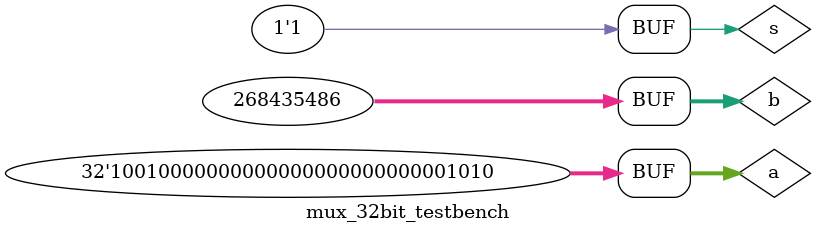
<source format=v>
`define DELAY 20
module mux_32bit_testbench();
	reg [31:0]a,b;
	reg s;
	wire [31:0]out;
	mux_32bit my_mux(out,s,a,b);
	
	initial begin
		s = 1'b0; a = 32'b1001_0000_0000_0000_0000_0000_0000_1010; b =32'b0001_0000_0000_0000_0000_0000_0001_1110;//or
		#`DELAY;
		s = 1'b1; a = 32'b1001_0000_0000_0000_0000_0000_0000_1010; b =32'b0001_0000_0000_0000_0000_0000_0001_1110;//or
		#`DELAY;
	end
	
endmodule
</source>
